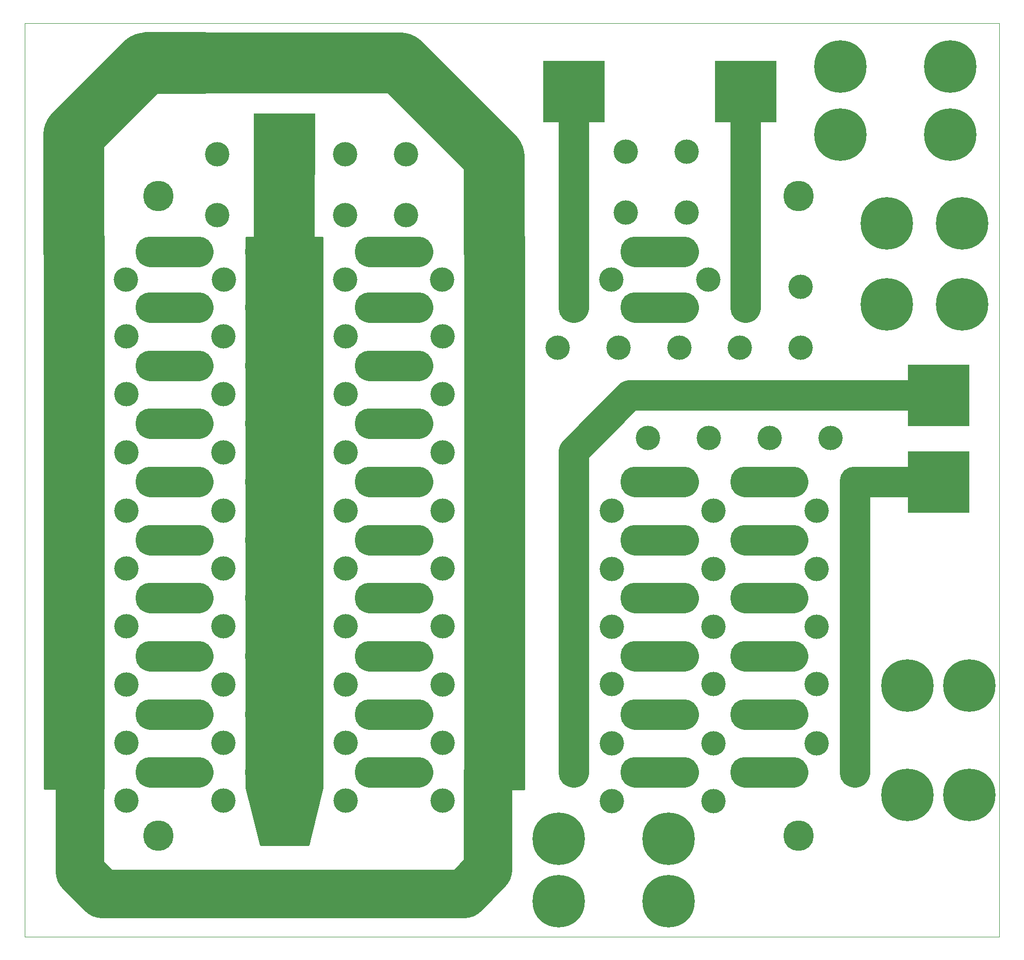
<source format=gbr>
G04 #@! TF.GenerationSoftware,KiCad,Pcbnew,(5.1.0)-1*
G04 #@! TF.CreationDate,2019-05-23T13:59:12+02:00*
G04 #@! TF.ProjectId,load_card,6c6f6164-5f63-4617-9264-2e6b69636164,1.0*
G04 #@! TF.SameCoordinates,Original*
G04 #@! TF.FileFunction,Copper,L2,Bot*
G04 #@! TF.FilePolarity,Positive*
%FSLAX46Y46*%
G04 Gerber Fmt 4.6, Leading zero omitted, Abs format (unit mm)*
G04 Created by KiCad (PCBNEW (5.1.0)-1) date 2019-05-23 13:59:12*
%MOMM*%
%LPD*%
G04 APERTURE LIST*
%ADD10C,0.050000*%
%ADD11C,0.100000*%
%ADD12C,8.600000*%
%ADD13C,5.000000*%
%ADD14C,6.000000*%
%ADD15C,4.000000*%
%ADD16C,5.000000*%
%ADD17C,10.000000*%
%ADD18C,8.000000*%
%ADD19C,0.254000*%
G04 APERTURE END LIST*
D10*
X14400000Y-13900000D02*
X174400000Y-13900000D01*
X14400000Y-163900000D02*
X14400000Y-13900000D01*
X174400000Y-163900000D02*
X14400000Y-163900000D01*
X174400000Y-13900000D02*
X174400000Y-163900000D01*
D11*
G36*
X109500000Y-20100000D02*
G01*
X109500000Y-30100000D01*
X99500000Y-30100000D01*
X99500000Y-20100000D01*
X109500000Y-20100000D01*
G37*
X109500000Y-20100000D02*
X109500000Y-30100000D01*
X99500000Y-30100000D01*
X99500000Y-20100000D01*
X109500000Y-20100000D01*
G36*
X137700000Y-20100000D02*
G01*
X137700000Y-30100000D01*
X127700000Y-30100000D01*
X127700000Y-20100000D01*
X137700000Y-20100000D01*
G37*
X137700000Y-20100000D02*
X137700000Y-30100000D01*
X127700000Y-30100000D01*
X127700000Y-20100000D01*
X137700000Y-20100000D01*
G36*
X169400000Y-94200000D02*
G01*
X159400000Y-94200000D01*
X159400000Y-84200000D01*
X169400000Y-84200000D01*
X169400000Y-94200000D01*
G37*
X169400000Y-94200000D02*
X159400000Y-94200000D01*
X159400000Y-84200000D01*
X169400000Y-84200000D01*
X169400000Y-94200000D01*
G36*
X159400000Y-70000000D02*
G01*
X169400000Y-70000000D01*
X169400000Y-80000000D01*
X159400000Y-80000000D01*
X159400000Y-70000000D01*
G37*
X159400000Y-70000000D02*
X169400000Y-70000000D01*
X169400000Y-80000000D01*
X159400000Y-80000000D01*
X159400000Y-70000000D01*
G36*
X34100000Y-15400000D02*
G01*
X44100000Y-15400000D01*
X44100000Y-25400000D01*
X34100000Y-25400000D01*
X34100000Y-15400000D01*
G37*
X34100000Y-15400000D02*
X44100000Y-15400000D01*
X44100000Y-25400000D01*
X34100000Y-25400000D01*
X34100000Y-15400000D01*
G36*
X52000000Y-28700000D02*
G01*
X62000000Y-28700000D01*
X62000000Y-38700000D01*
X52000000Y-38700000D01*
X52000000Y-28700000D01*
G37*
X52000000Y-28700000D02*
X62000000Y-28700000D01*
X62000000Y-38700000D01*
X52000000Y-38700000D01*
X52000000Y-28700000D01*
D12*
X120100000Y-147800000D03*
X102100000Y-147800000D03*
X120100000Y-158000000D03*
X102100000Y-158000000D03*
D13*
X46900000Y-156800000D03*
X57000000Y-144400000D03*
X57000000Y-94000000D03*
X141400000Y-42300000D03*
X141400000Y-147300000D03*
X36400000Y-147300000D03*
X36400000Y-42300000D03*
D12*
X159300000Y-122600000D03*
X159300000Y-140600000D03*
X169500000Y-122600000D03*
X169500000Y-140600000D03*
X155900000Y-60100000D03*
X168300000Y-60100000D03*
X155900000Y-46800000D03*
X168300000Y-46800000D03*
X148300000Y-21000000D03*
X148300000Y-32200000D03*
X166300000Y-32200000D03*
X166300000Y-21000000D03*
D14*
X104500000Y-25100000D03*
X132700000Y-25100000D03*
X164400000Y-89200000D03*
X164400000Y-75000000D03*
X39100000Y-20400000D03*
X57000000Y-33700000D03*
D15*
X146700000Y-82000000D03*
X123100000Y-35000000D03*
X113100000Y-35000000D03*
X123100000Y-45000000D03*
X113100000Y-45000000D03*
X46000000Y-35400000D03*
X46000000Y-45400000D03*
X67000000Y-35400000D03*
X77000000Y-35400000D03*
X77000000Y-45400000D03*
X67000000Y-45400000D03*
X141800000Y-57200000D03*
X141800000Y-67200000D03*
X131800000Y-67200000D03*
X101900000Y-67200000D03*
X111900000Y-67200000D03*
X121900000Y-67200000D03*
X116700000Y-82000000D03*
X126700000Y-82000000D03*
X136700000Y-82000000D03*
X110800000Y-141600000D03*
X127500000Y-141600000D03*
X110800000Y-132100000D03*
X127500000Y-132100000D03*
X144400000Y-132100000D03*
X110800000Y-122400000D03*
X127500000Y-122400000D03*
X144400000Y-122400000D03*
X110800000Y-113000000D03*
X127500000Y-113000000D03*
X144400000Y-113000000D03*
X110800000Y-103500000D03*
X127500000Y-103500000D03*
X144400000Y-103500000D03*
X110800000Y-93900000D03*
X127500000Y-93900000D03*
X144400000Y-93900000D03*
X31100000Y-141500000D03*
X47000000Y-141500000D03*
X67100000Y-141500000D03*
X83000000Y-141500000D03*
X31100000Y-132000000D03*
X47000000Y-132000000D03*
X67100000Y-132000000D03*
X83000000Y-132000000D03*
X31100000Y-122500000D03*
X47000000Y-122500000D03*
X67100000Y-122500000D03*
X83000000Y-122500000D03*
X31100000Y-112900000D03*
X47000000Y-112900000D03*
X67100000Y-112900000D03*
X83000000Y-112900000D03*
X31100000Y-103400000D03*
X47000000Y-103400000D03*
X67100000Y-103400000D03*
X83000000Y-103400000D03*
X31100000Y-93900000D03*
X47000000Y-93900000D03*
X67100000Y-93900000D03*
X83000000Y-93900000D03*
X31100000Y-84400000D03*
X47000000Y-84400000D03*
X67100000Y-84400000D03*
X83000000Y-84400000D03*
X31100000Y-74800000D03*
X47000000Y-74800000D03*
X67100000Y-74800000D03*
X83000000Y-74800000D03*
X31100000Y-65300000D03*
X47000000Y-65300000D03*
X67100000Y-65300000D03*
X83000000Y-65300000D03*
X110720000Y-55979721D03*
X126600000Y-55979721D03*
X82900000Y-56000000D03*
X67000000Y-56000000D03*
X47100000Y-56000000D03*
X31000000Y-56000000D03*
D13*
X53080000Y-117821106D03*
X42920000Y-117821106D03*
X35080000Y-117821106D03*
X24920000Y-117821106D03*
X53080000Y-127360550D03*
X42920000Y-127360550D03*
X35080000Y-127360550D03*
X24920000Y-127360550D03*
X42920000Y-51400000D03*
X53080000Y-51400000D03*
X35080000Y-51404721D03*
X24920000Y-51404721D03*
X53080000Y-60584442D03*
X42920000Y-60584442D03*
X35080000Y-60584442D03*
X24920000Y-60584442D03*
X53080000Y-70123886D03*
X42920000Y-70123886D03*
X35080000Y-70123886D03*
X24920000Y-70123886D03*
X53080000Y-79663330D03*
X42920000Y-79663330D03*
X35080000Y-79663330D03*
X24920000Y-79663330D03*
X53080000Y-89202774D03*
X42920000Y-89202774D03*
X35080000Y-89202774D03*
X24920000Y-89202774D03*
X53080000Y-98742218D03*
X42920000Y-98742218D03*
X35080000Y-98742218D03*
X24920000Y-98742218D03*
X53080000Y-108281662D03*
X42920000Y-108281662D03*
X35080000Y-108281662D03*
X24920000Y-108281662D03*
X53080000Y-136900000D03*
X42920000Y-136900000D03*
X35080000Y-136900000D03*
X24920000Y-136900000D03*
X104520000Y-60584442D03*
X114680000Y-60584442D03*
X122520000Y-60584442D03*
X132680000Y-60584442D03*
X104520000Y-51400000D03*
X114680000Y-51400000D03*
X122520000Y-51400000D03*
X132680000Y-51400000D03*
X150680000Y-89202774D03*
X140520000Y-89202774D03*
X132680000Y-89202774D03*
X122520000Y-89202774D03*
X114680000Y-89202774D03*
X104520000Y-89202774D03*
X150680000Y-98742218D03*
X140520000Y-98742218D03*
X132680000Y-98742218D03*
X122520000Y-98742218D03*
X114680000Y-98742218D03*
X104520000Y-98742218D03*
X150680000Y-108281662D03*
X140520000Y-108281662D03*
X132680000Y-108281662D03*
X122520000Y-108281662D03*
X114680000Y-108281662D03*
X104520000Y-108281662D03*
X150680000Y-117821106D03*
X140520000Y-117821106D03*
X132680000Y-117821106D03*
X122520000Y-117821106D03*
X114680000Y-117821106D03*
X104520000Y-117821106D03*
X150680000Y-127360550D03*
X140520000Y-127360550D03*
X132680000Y-127360550D03*
X122520000Y-127360550D03*
X114680000Y-127360550D03*
X104520000Y-127360550D03*
X150680000Y-136900000D03*
X140520000Y-136900000D03*
X132680000Y-136900000D03*
X122520000Y-136900000D03*
X114680000Y-136900000D03*
X104520000Y-136900000D03*
X78920000Y-136900000D03*
X89080000Y-136900000D03*
X60920000Y-136900000D03*
X71080000Y-136900000D03*
X78920000Y-127360550D03*
X89080000Y-127360550D03*
X60920000Y-127360550D03*
X71080000Y-127360550D03*
X78920000Y-117821106D03*
X89080000Y-117821106D03*
X60920000Y-117821106D03*
X71080000Y-117821106D03*
X78920000Y-108281662D03*
X89080000Y-108281662D03*
X60920000Y-108281662D03*
X71080000Y-108281662D03*
X78920000Y-98742218D03*
X89080000Y-98742218D03*
X60920000Y-98742218D03*
X71080000Y-98742218D03*
X78920000Y-89202774D03*
X89080000Y-89202774D03*
X60920000Y-89202774D03*
X71080000Y-89202774D03*
X78920000Y-79663330D03*
X89080000Y-79663330D03*
X60920000Y-79663330D03*
X71080000Y-79663330D03*
X78920000Y-70123886D03*
X89080000Y-70123886D03*
X60920000Y-70123886D03*
X71080000Y-70123886D03*
X78920000Y-60584442D03*
X89080000Y-60584442D03*
X60920000Y-60584442D03*
X71080000Y-60584442D03*
X78920000Y-51400000D03*
X89080000Y-51400000D03*
X60920000Y-51400000D03*
X71080000Y-51400000D03*
D16*
X35084721Y-51400000D02*
X35080000Y-51404721D01*
X42920000Y-51400000D02*
X35084721Y-51400000D01*
X35080000Y-60584442D02*
X42920000Y-60584442D01*
X42920000Y-70123886D02*
X35080000Y-70123886D01*
X35080000Y-79663330D02*
X42920000Y-79663330D01*
X42920000Y-89202774D02*
X35080000Y-89202774D01*
X35080000Y-98742218D02*
X42920000Y-98742218D01*
X42920000Y-108281662D02*
X35080000Y-108281662D01*
X35080000Y-117821106D02*
X42920000Y-117821106D01*
X42920000Y-127360550D02*
X35080000Y-127360550D01*
X35080000Y-136900000D02*
X42920000Y-136900000D01*
X71080000Y-51400000D02*
X78920000Y-51400000D01*
X78920000Y-60584442D02*
X71080000Y-60584442D01*
X71080000Y-70123886D02*
X78920000Y-70123886D01*
X78920000Y-79663330D02*
X71080000Y-79663330D01*
X71080000Y-89202774D02*
X78920000Y-89202774D01*
X78920000Y-98742218D02*
X71080000Y-98742218D01*
X71080000Y-108281662D02*
X78920000Y-108281662D01*
X78920000Y-117821106D02*
X71080000Y-117821106D01*
X71080000Y-127360550D02*
X78920000Y-127360550D01*
X78920000Y-136900000D02*
X71080000Y-136900000D01*
X104520000Y-136900000D02*
X104520000Y-89202774D01*
X113700000Y-75000000D02*
X166900000Y-75000000D01*
X104520000Y-89202774D02*
X104520000Y-84180000D01*
X104520000Y-84180000D02*
X113700000Y-75000000D01*
X150680000Y-136900000D02*
X150680000Y-89202774D01*
X161897226Y-89202774D02*
X161900000Y-89200000D01*
X150680000Y-89202774D02*
X161897226Y-89202774D01*
X161900000Y-89200000D02*
X166900000Y-89200000D01*
X132680000Y-22620000D02*
X132700000Y-22600000D01*
X132680000Y-60584442D02*
X132680000Y-22620000D01*
X104520000Y-60584442D02*
X104520000Y-51400000D01*
X104520000Y-27620000D02*
X104500000Y-27600000D01*
X104520000Y-51400000D02*
X104520000Y-27620000D01*
X114680000Y-136900000D02*
X122520000Y-136900000D01*
X132680000Y-136900000D02*
X140520000Y-136900000D01*
X122520000Y-127360550D02*
X114680000Y-127360550D01*
X140520000Y-127360550D02*
X132680000Y-127360550D01*
X114680000Y-117821106D02*
X122520000Y-117821106D01*
X132680000Y-117821106D02*
X140520000Y-117821106D01*
X122520000Y-108281662D02*
X114680000Y-108281662D01*
X140520000Y-108281662D02*
X132680000Y-108281662D01*
X114680000Y-98742218D02*
X122520000Y-98742218D01*
X132680000Y-98742218D02*
X140520000Y-98742218D01*
X122520000Y-89202774D02*
X114680000Y-89202774D01*
X140520000Y-89202774D02*
X132680000Y-89202774D01*
X114680000Y-51400000D02*
X122520000Y-51400000D01*
X122520000Y-60584442D02*
X114680000Y-60584442D01*
D17*
X57000000Y-34700000D02*
X57000000Y-52000000D01*
X22500000Y-51400000D02*
X22500000Y-32200000D01*
D18*
X90500000Y-152900000D02*
X90500000Y-136880000D01*
X86599999Y-156800001D02*
X90500000Y-152900000D01*
X27100001Y-156800001D02*
X86599999Y-156800001D01*
X23500000Y-136880000D02*
X23500000Y-153200000D01*
X23500000Y-153200000D02*
X27100001Y-156800001D01*
D17*
X91500000Y-35880000D02*
X91500000Y-51400000D01*
X76045010Y-20425010D02*
X91500000Y-35880000D01*
X34274990Y-20425010D02*
X76045010Y-20425010D01*
X22500000Y-36775279D02*
X22500000Y-32200000D01*
X22500000Y-32200000D02*
X34274990Y-20425010D01*
D19*
G36*
X63273000Y-139384845D02*
G01*
X61000078Y-148773000D01*
X53098905Y-148773000D01*
X50727000Y-139384208D01*
X50727000Y-49027000D01*
X63273000Y-49027000D01*
X63273000Y-139384845D01*
X63273000Y-139384845D01*
G37*
X63273000Y-139384845D02*
X61000078Y-148773000D01*
X53098905Y-148773000D01*
X50727000Y-139384208D01*
X50727000Y-49027000D01*
X63273000Y-49027000D01*
X63273000Y-139384845D01*
G36*
X96373000Y-139673000D02*
G01*
X86627000Y-139673000D01*
X86627000Y-48927000D01*
X96373000Y-48927000D01*
X96373000Y-139673000D01*
X96373000Y-139673000D01*
G37*
X96373000Y-139673000D02*
X86627000Y-139673000D01*
X86627000Y-48927000D01*
X96373000Y-48927000D01*
X96373000Y-139673000D01*
G36*
X27373000Y-139573000D02*
G01*
X17627000Y-139573000D01*
X17627000Y-48827000D01*
X27373000Y-48827000D01*
X27373000Y-139573000D01*
X27373000Y-139573000D01*
G37*
X27373000Y-139573000D02*
X17627000Y-139573000D01*
X17627000Y-48827000D01*
X27373000Y-48827000D01*
X27373000Y-139573000D01*
M02*

</source>
